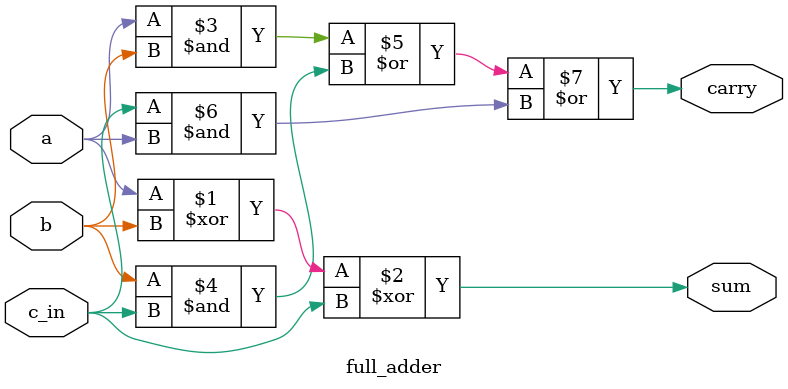
<source format=v>

module full_adder(input a,b,c_in,output sum,carry);
  assign sum=a^b^c_in;
  assign carry=(a&b)|(b&c_in)|(c_in&a);
endmodule

</source>
